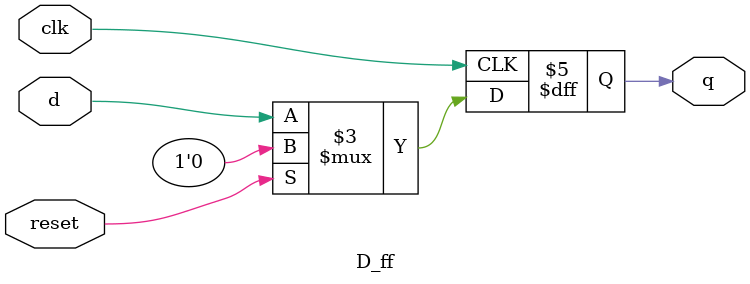
<source format=v>
`timescale 1ns / 1ps

module D_ff(q,d,clk,reset);
    output reg q;
    input d,clk,reset;
    
    
     always@(negedge clk)
     begin
     if(reset)
     q=1'b0;
     else
     q=d;
     end
    
endmodule

</source>
